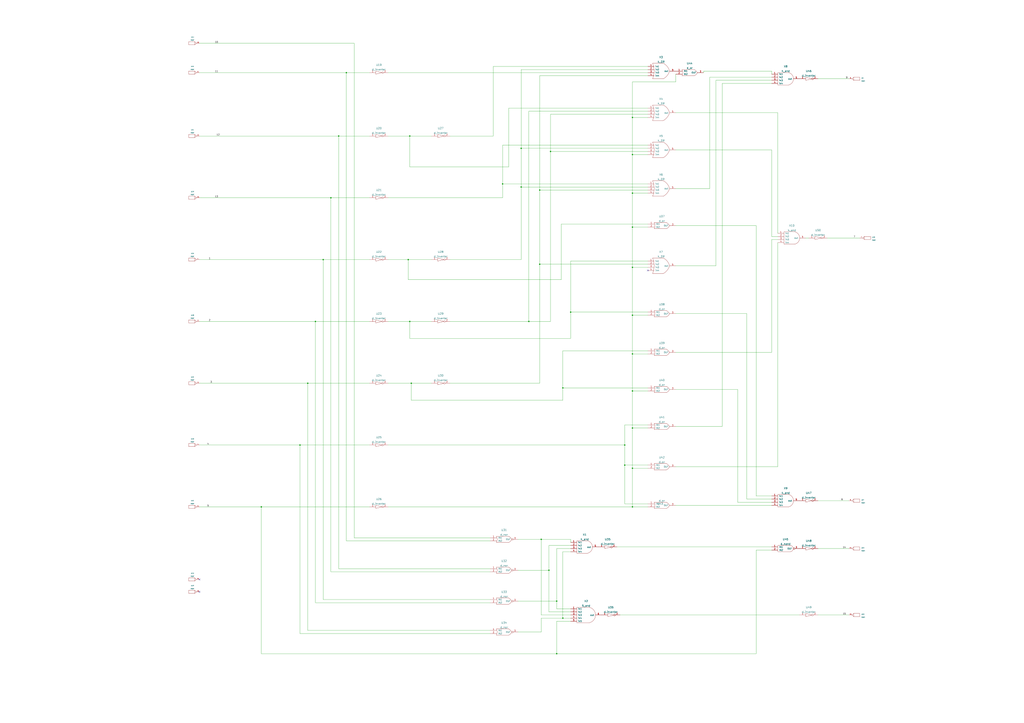
<source format=kicad_sch>
(kicad_sch (version 20211123) (generator eeschema)
  (paper "A1")
  (lib_symbols
    (symbol "eSim_Digital:d_inverter" (pin_names (offset 1.016))
      (property "Reference" "U" (at 0 -2.54 0))
      (property "Value" "d_inverter" (at 0 3.81 0))
      (symbol "d_inverter_0_1"
        (polyline (pts (xy -2.54 1.27) (xy -2.54 -1.27) (xy 2.54 0) (xy -2.54 1.27)))
      )
      (symbol "d_inverter_1_1"
        (pin input line (at -7.62 0 0) (length 5.08) (name "~") (number "1"))
        (pin output inverted (at 7.62 0 180) (length 5.08) (name "~") (number "2"))
      )
    )
    (symbol "eSim_Digital:d_nand" (pin_names (offset 1.016))
      (property "Reference" "U" (at 0 0 0))
      (property "Value" "d_nand" (at 1.27 2.54 0))
      (symbol "d_nand_0_1"
        (polyline (pts (xy 3.81 -1.27) (xy -6.35 -1.27) (xy -6.35 3.81) (xy 3.81 3.81)))
        (arc (start 3.81 -1.27) (mid 5.5897 -0.5171) (end 6.35 1.27))
        (arc (start 6.35 1.27) (mid 5.5971 3.0497) (end 3.81 3.81))
      )
      (symbol "d_nand_1_1"
        (pin input line (at -11.43 2.54 0) (length 5.08) (name "IN1") (number "1"))
        (pin input line (at -11.43 0 0) (length 5.08) (name "IN2") (number "2"))
        (pin output inverted (at 11.43 1.27 180) (length 5.08) (name "OUT") (number "3"))
      )
    )
    (symbol "eSim_Digital:d_nor" (pin_names (offset 1.016))
      (property "Reference" "U" (at 0 0 0))
      (property "Value" "d_nor" (at 1.27 2.54 0))
      (symbol "d_nor_0_1"
        (arc (start -6.35 -1.27) (mid -5.7504 1.27) (end -6.35 3.81))
        (polyline (pts (xy -6.35 -1.27) (xy 3.81 -1.27)))
        (polyline (pts (xy -6.35 3.81) (xy 3.81 3.81)))
        (arc (start 3.81 -1.27) (mid 5.3181 -0.2399) (end 6.35 1.27))
        (arc (start 6.35 1.27) (mid 5.2222 2.6828) (end 3.81 3.81))
      )
      (symbol "d_nor_1_1"
        (pin input line (at -11.43 2.54 0) (length 5.461) (name "IN1") (number "1"))
        (pin input line (at -11.43 0 0) (length 5.461) (name "IN2") (number "2"))
        (pin output inverted (at 11.43 1.27 180) (length 5.08) (name "OUT") (number "3"))
      )
    )
    (symbol "eSim_Digital:d_or" (pin_names (offset 1.016))
      (property "Reference" "U" (at 0 0 0))
      (property "Value" "d_or" (at 0 2.54 0))
      (symbol "d_or_0_1"
        (arc (start -6.35 -1.27) (mid -5.7504 1.27) (end -6.35 3.81))
        (polyline (pts (xy -6.35 -1.27) (xy 3.81 -1.27)))
        (polyline (pts (xy -6.35 3.81) (xy 3.81 3.81)))
        (arc (start 3.81 -1.27) (mid 5.3181 -0.2399) (end 6.35 1.27))
        (arc (start 6.35 1.27) (mid 5.2222 2.6828) (end 3.81 3.81))
      )
      (symbol "d_or_1_1"
        (pin input line (at -11.43 2.54 0) (length 5.461) (name "IN1") (number "1"))
        (pin input line (at -11.43 0 0) (length 5.461) (name "IN2") (number "2"))
        (pin output line (at 11.43 1.27 180) (length 5.08) (name "OUT") (number "3"))
      )
    )
    (symbol "eSim_Miscellaneous:PORT" (pin_names (offset 1.016))
      (property "Reference" "U" (at 1.27 2.54 0))
      (property "Value" "PORT" (at 0 0 0))
      (symbol "PORT_0_1"
        (rectangle (start -2.54 1.27) (end 2.54 -1.27))
        (arc (start 2.54 1.27) (mid 3.1355 0.5955) (end 3.81 0))
        (arc (start 3.81 0) (mid 3.1447 -0.6046) (end 2.54 -1.27))
      )
      (symbol "PORT_1_1"
        (pin bidirectional line (at 6.35 0 180) (length 2.54) (name "~") (number "1"))
      )
      (symbol "PORT_2_1"
        (pin bidirectional line (at 6.35 0 180) (length 2.54) (name "~") (number "2"))
      )
      (symbol "PORT_3_1"
        (pin bidirectional line (at 6.35 0 180) (length 2.54) (name "~") (number "3"))
      )
      (symbol "PORT_4_1"
        (pin bidirectional line (at 6.35 0 180) (length 2.54) (name "~") (number "4"))
      )
      (symbol "PORT_5_1"
        (pin bidirectional line (at 6.35 0 180) (length 2.54) (name "~") (number "5"))
      )
      (symbol "PORT_6_1"
        (pin bidirectional line (at 6.35 0 180) (length 2.54) (name "~") (number "6"))
      )
      (symbol "PORT_7_1"
        (pin bidirectional line (at 6.35 0 180) (length 2.54) (name "~") (number "7"))
      )
      (symbol "PORT_8_1"
        (pin bidirectional line (at 6.35 0 180) (length 2.54) (name "~") (number "8"))
      )
      (symbol "PORT_9_1"
        (pin bidirectional line (at 6.35 0 180) (length 2.54) (name "~") (number "9"))
      )
      (symbol "PORT_10_1"
        (pin bidirectional line (at 6.35 0 180) (length 2.54) (name "~") (number "10"))
      )
      (symbol "PORT_11_1"
        (pin bidirectional line (at 6.35 0 180) (length 2.54) (name "~") (number "11"))
      )
      (symbol "PORT_12_1"
        (pin bidirectional line (at 6.35 0 180) (length 2.54) (name "~") (number "12"))
      )
      (symbol "PORT_13_1"
        (pin bidirectional line (at 6.35 0 180) (length 2.54) (name "~") (number "13"))
      )
      (symbol "PORT_14_1"
        (pin bidirectional line (at 6.35 0 180) (length 2.54) (name "~") (number "14"))
      )
      (symbol "PORT_15_1"
        (pin bidirectional line (at 6.35 0 180) (length 2.54) (name "~") (number "15"))
      )
      (symbol "PORT_16_1"
        (pin bidirectional line (at 6.35 0 180) (length 2.54) (name "~") (number "16"))
      )
      (symbol "PORT_17_1"
        (pin bidirectional line (at 6.35 0 180) (length 2.54) (name "~") (number "17"))
      )
      (symbol "PORT_18_1"
        (pin bidirectional line (at 6.35 0 180) (length 2.54) (name "~") (number "18"))
      )
      (symbol "PORT_19_1"
        (pin bidirectional line (at 6.35 0 180) (length 2.54) (name "~") (number "19"))
      )
      (symbol "PORT_20_1"
        (pin bidirectional line (at 6.35 0 180) (length 2.54) (name "~") (number "20"))
      )
      (symbol "PORT_21_1"
        (pin bidirectional line (at 6.35 0 180) (length 2.54) (name "~") (number "21"))
      )
      (symbol "PORT_22_1"
        (pin bidirectional line (at 6.35 0 180) (length 2.54) (name "~") (number "22"))
      )
      (symbol "PORT_23_1"
        (pin bidirectional line (at 6.35 0 180) (length 2.54) (name "~") (number "23"))
      )
      (symbol "PORT_24_1"
        (pin bidirectional line (at 6.35 0 180) (length 2.54) (name "~") (number "24"))
      )
      (symbol "PORT_25_1"
        (pin bidirectional line (at 6.35 0 180) (length 2.54) (name "~") (number "25"))
      )
      (symbol "PORT_26_1"
        (pin bidirectional line (at 6.35 0 180) (length 2.54) (name "~") (number "26"))
      )
    )
    (symbol "eSim_Subckt:4_OR" (pin_names (offset 1.016))
      (property "Reference" "X" (at 3.81 -2.54 0))
      (property "Value" "4_OR" (at 3.81 2.54 0))
      (symbol "4_OR_0_1"
        (arc (start -5.08 -6.35) (mid -3.81 0) (end -5.08 6.35))
        (polyline (pts (xy -5.08 -6.35) (xy 3.81 -6.35)))
        (polyline (pts (xy -5.08 6.35) (xy 3.81 6.35)))
        (arc (start 3.81 -6.35) (mid 6.9463 -3.651) (end 8.89 0))
        (arc (start 8.89 0) (mid 7.0265 3.7162) (end 3.81 6.35))
      )
      (symbol "4_OR_1_1"
        (pin input line (at -8.89 3.81 0) (length 5.08) (name "in1") (number "1"))
        (pin input line (at -8.89 1.27 0) (length 5.08) (name "in2") (number "2"))
        (pin input line (at -8.89 -1.27 0) (length 5.08) (name "in3") (number "3"))
        (pin input line (at -8.89 -3.81 0) (length 5.08) (name "in4") (number "4"))
        (pin output line (at 13.97 0 180) (length 5.08) (name "out") (number "5"))
      )
    )
    (symbol "eSim_Subckt:4_and" (pin_names (offset 1.016))
      (property "Reference" "X" (at 1.27 -1.27 0))
      (property "Value" "4_and" (at 2.54 2.54 0))
      (symbol "4_and_0_1"
        (polyline (pts (xy -5.08 5.08) (xy 3.81 5.08)))
        (polyline (pts (xy -5.08 5.08) (xy -5.08 -5.08) (xy 1.27 -5.08) (xy 3.81 -5.08)))
        (arc (start 3.81 -5.08) (mid 7.7763 0) (end 3.81 5.08))
      )
      (symbol "4_and_1_1"
        (pin input line (at -10.16 3.81 0) (length 5.08) (name "in1") (number "1"))
        (pin input line (at -10.16 1.27 0) (length 5.08) (name "in2") (number "2"))
        (pin input line (at -10.16 -1.27 0) (length 5.08) (name "in3") (number "3"))
        (pin input line (at -10.16 -3.81 0) (length 5.08) (name "in4") (number "4"))
        (pin output line (at 12.7 0 180) (length 5.08) (name "out") (number "5"))
      )
    )
    (symbol "eSim_Subckt:5_and" (pin_names (offset 1.016))
      (property "Reference" "X" (at 1.27 -2.54 0))
      (property "Value" "5_and" (at 2.54 3.81 0))
      (symbol "5_and_0_1"
        (polyline (pts (xy -6.35 6.35) (xy 3.81 6.35)))
        (polyline (pts (xy -6.35 6.35) (xy -6.35 -6.35) (xy 3.81 -6.35)))
        (arc (start 3.81 -6.35) (mid 9.0158 0) (end 3.81 6.35))
      )
      (symbol "5_and_1_1"
        (pin input line (at -11.43 5.08 0) (length 5.08) (name "in1") (number "1"))
        (pin input line (at -11.43 2.54 0) (length 5.08) (name "in2") (number "2"))
        (pin input line (at -11.43 0 0) (length 5.08) (name "in3") (number "3"))
        (pin input line (at -11.43 -2.54 0) (length 5.08) (name "in4") (number "4"))
        (pin input line (at -11.43 -5.08 0) (length 5.08) (name "in5") (number "5"))
        (pin output line (at 13.97 0 180) (length 5.08) (name "out") (number "6"))
      )
    )
  )
  (junction (at 457.2 494.03))
  (junction (at 519.43 158.75))
  (junction (at 336.55 111.76))
  (junction (at 513.08 382.27))
  (junction (at 337.82 314.96))
  (junction (at 462.28 318.77))
  (junction (at 513.08 365.76))
  (junction (at 284.48 59.69))
  (junction (at 271.78 162.56))
  (junction (at 412.75 151.13))
  (junction (at 265.43 213.36))
  (junction (at 450.85 468.63))
  (junction (at 336.55 264.16))
  (junction (at 214.63 416.56))
  (junction (at 519.43 384.81))
  (junction (at 468.63 256.54))
  (junction (at 335.28 213.36))
  (junction (at 519.43 127))
  (junction (at 519.43 96.52))
  (junction (at 427.99 121.92))
  (junction (at 427.99 153.67))
  (junction (at 457.2 537.21))
  (junction (at 252.73 314.96))
  (junction (at 519.43 416.56))
  (junction (at 278.13 111.76))
  (junction (at 443.23 217.17))
  (junction (at 462.28 508))
  (junction (at 519.43 219.71))
  (junction (at 519.43 321.31))
  (junction (at 519.43 186.69))
  (junction (at 259.08 264.16))
  (junction (at 443.23 156.21))
  (junction (at 519.43 290.83))
  (junction (at 444.5 443.23))
  (junction (at 434.34 264.16))
  (junction (at 519.43 351.79))
  (junction (at 519.43 259.08))
  (junction (at 246.38 365.76))
  (junction (at 452.12 124.46))
  (no_connect (at 163.83 476.25))
  (no_connect (at 163.83 486.41))
  (no_connect (at 532.13 222.25))
  (wire (pts (xy 163.83 162.56) (xy 271.78 162.56)))
  (wire (pts (xy 163.83 314.96) (xy 252.73 314.96)))
  (wire (pts (xy 452.12 264.16) (xy 434.34 264.16)))
  (wire (pts (xy 519.43 219.71) (xy 519.43 259.08)))
  (wire (pts (xy 633.73 63.5) (xy 582.93 63.5)))
  (wire (pts (xy 284.48 59.69) (xy 303.53 59.69)))
  (wire (pts (xy 412.75 151.13) (xy 412.75 119.38)))
  (wire (pts (xy 554.99 67.31) (xy 519.43 67.31)))
  (wire (pts (xy 519.43 384.81) (xy 519.43 416.56)))
  (wire (pts (xy 402.59 467.36) (xy 278.13 467.36)))
  (wire (pts (xy 163.83 365.76) (xy 246.38 365.76)))
  (wire (pts (xy 402.59 520.7) (xy 246.38 520.7)))
  (wire (pts (xy 513.08 349.25) (xy 532.13 349.25)))
  (wire (pts (xy 265.43 213.36) (xy 265.43 492.76)))
  (wire (pts (xy 462.28 508) (xy 468.63 508)))
  (wire (pts (xy 621.03 407.67) (xy 633.73 407.67)))
  (wire (pts (xy 271.78 162.56) (xy 303.53 162.56)))
  (wire (pts (xy 554.99 185.42) (xy 621.03 185.42)))
  (wire (pts (xy 163.83 213.36) (xy 265.43 213.36)))
  (wire (pts (xy 163.83 59.69) (xy 284.48 59.69)))
  (wire (pts (xy 337.82 314.96) (xy 354.33 314.96)))
  (wire (pts (xy 290.83 441.96) (xy 290.83 35.56)))
  (wire (pts (xy 405.13 111.76) (xy 405.13 54.61)))
  (wire (pts (xy 318.77 111.76) (xy 336.55 111.76)))
  (wire (pts (xy 633.73 412.75) (xy 605.79 412.75)))
  (wire (pts (xy 284.48 59.69) (xy 284.48 444.5)))
  (wire (pts (xy 513.08 382.27) (xy 532.13 382.27)))
  (wire (pts (xy 532.13 214.63) (xy 468.63 214.63)))
  (wire (pts (xy 638.81 92.71) (xy 554.99 92.71)))
  (wire (pts (xy 335.28 213.36) (xy 354.33 213.36)))
  (wire (pts (xy 519.43 259.08) (xy 519.43 290.83)))
  (wire (pts (xy 621.03 537.21) (xy 457.2 537.21)))
  (wire (pts (xy 462.28 453.39) (xy 462.28 508)))
  (wire (pts (xy 519.43 158.75) (xy 532.13 158.75)))
  (wire (pts (xy 443.23 217.17) (xy 443.23 156.21)))
  (wire (pts (xy 417.83 137.16) (xy 336.55 137.16)))
  (wire (pts (xy 427.99 153.67) (xy 427.99 121.92)))
  (wire (pts (xy 427.99 121.92) (xy 427.99 57.15)))
  (wire (pts (xy 336.55 111.76) (xy 354.33 111.76)))
  (wire (pts (xy 214.63 537.21) (xy 214.63 416.56)))
  (wire (pts (xy 335.28 213.36) (xy 335.28 229.87)))
  (wire (pts (xy 271.78 162.56) (xy 271.78 469.9)))
  (wire (pts (xy 605.79 412.75) (xy 605.79 320.04)))
  (wire (pts (xy 468.63 500.38) (xy 457.2 500.38)))
  (wire (pts (xy 554.99 60.96) (xy 554.99 67.31)))
  (wire (pts (xy 679.45 195.58) (xy 706.12 195.58)))
  (wire (pts (xy 554.99 289.56) (xy 633.73 289.56)))
  (wire (pts (xy 278.13 111.76) (xy 303.53 111.76)))
  (wire (pts (xy 621.03 452.12) (xy 621.03 537.21)))
  (wire (pts (xy 402.59 518.16) (xy 252.73 518.16)))
  (wire (pts (xy 519.43 219.71) (xy 532.13 219.71)))
  (wire (pts (xy 671.83 505.46) (xy 697.23 505.46)))
  (wire (pts (xy 468.63 256.54) (xy 468.63 278.13)))
  (wire (pts (xy 633.73 452.12) (xy 621.03 452.12)))
  (wire (pts (xy 468.63 505.46) (xy 444.5 505.46)))
  (wire (pts (xy 532.13 93.98) (xy 452.12 93.98)))
  (wire (pts (xy 513.08 365.76) (xy 513.08 349.25)))
  (wire (pts (xy 425.45 519.43) (xy 444.5 519.43)))
  (wire (pts (xy 444.5 505.46) (xy 444.5 443.23)))
  (wire (pts (xy 427.99 213.36) (xy 427.99 153.67)))
  (wire (pts (xy 444.5 443.23) (xy 468.63 443.23)))
  (wire (pts (xy 519.43 127) (xy 532.13 127)))
  (wire (pts (xy 402.59 469.9) (xy 271.78 469.9)))
  (wire (pts (xy 638.81 194.31) (xy 633.73 194.31)))
  (wire (pts (xy 450.85 448.31) (xy 468.63 448.31)))
  (wire (pts (xy 318.77 314.96) (xy 337.82 314.96)))
  (wire (pts (xy 425.45 494.03) (xy 457.2 494.03)))
  (wire (pts (xy 519.43 321.31) (xy 532.13 321.31)))
  (wire (pts (xy 519.43 96.52) (xy 532.13 96.52)))
  (wire (pts (xy 252.73 314.96) (xy 252.73 518.16)))
  (wire (pts (xy 513.08 414.02) (xy 532.13 414.02)))
  (wire (pts (xy 278.13 111.76) (xy 278.13 467.36)))
  (wire (pts (xy 519.43 351.79) (xy 519.43 384.81)))
  (wire (pts (xy 532.13 351.79) (xy 519.43 351.79)))
  (wire (pts (xy 554.99 415.29) (xy 633.73 415.29)))
  (wire (pts (xy 318.77 162.56) (xy 412.75 162.56)))
  (wire (pts (xy 457.2 500.38) (xy 457.2 494.03)))
  (wire (pts (xy 434.34 91.44) (xy 532.13 91.44)))
  (wire (pts (xy 532.13 184.15) (xy 461.01 184.15)))
  (wire (pts (xy 468.63 443.23) (xy 468.63 445.77)))
  (wire (pts (xy 588.01 218.44) (xy 554.99 218.44)))
  (wire (pts (xy 336.55 264.16) (xy 354.33 264.16)))
  (wire (pts (xy 461.01 229.87) (xy 335.28 229.87)))
  (wire (pts (xy 621.03 185.42) (xy 621.03 407.67)))
  (wire (pts (xy 671.83 411.48) (xy 697.23 411.48)))
  (wire (pts (xy 163.83 111.76) (xy 278.13 111.76)))
  (wire (pts (xy 633.73 196.85) (xy 638.81 196.85)))
  (wire (pts (xy 402.59 492.76) (xy 265.43 492.76)))
  (wire (pts (xy 452.12 93.98) (xy 452.12 124.46)))
  (wire (pts (xy 402.59 444.5) (xy 284.48 444.5)))
  (wire (pts (xy 519.43 321.31) (xy 519.43 351.79)))
  (wire (pts (xy 259.08 264.16) (xy 303.53 264.16)))
  (wire (pts (xy 290.83 35.56) (xy 163.83 35.56)))
  (wire (pts (xy 633.73 58.42) (xy 577.85 58.42)))
  (wire (pts (xy 337.82 328.93) (xy 337.82 314.96)))
  (wire (pts (xy 425.45 443.23) (xy 444.5 443.23)))
  (wire (pts (xy 613.41 257.81) (xy 613.41 410.21)))
  (wire (pts (xy 519.43 290.83) (xy 519.43 321.31)))
  (wire (pts (xy 519.43 127) (xy 519.43 158.75)))
  (wire (pts (xy 588.01 66.04) (xy 588.01 218.44)))
  (wire (pts (xy 402.59 495.3) (xy 259.08 495.3)))
  (wire (pts (xy 582.93 154.94) (xy 554.99 154.94)))
  (wire (pts (xy 462.28 328.93) (xy 337.82 328.93)))
  (wire (pts (xy 450.85 468.63) (xy 450.85 448.31)))
  (wire (pts (xy 671.83 64.77) (xy 697.23 64.77)))
  (wire (pts (xy 513.08 414.02) (xy 513.08 382.27)))
  (wire (pts (xy 443.23 217.17) (xy 532.13 217.17)))
  (wire (pts (xy 369.57 213.36) (xy 427.99 213.36)))
  (wire (pts (xy 443.23 156.21) (xy 532.13 156.21)))
  (wire (pts (xy 318.77 365.76) (xy 513.08 365.76)))
  (wire (pts (xy 468.63 214.63) (xy 468.63 256.54)))
  (wire (pts (xy 532.13 288.29) (xy 462.28 288.29)))
  (wire (pts (xy 427.99 57.15) (xy 532.13 57.15)))
  (wire (pts (xy 457.2 494.03) (xy 457.2 450.85)))
  (wire (pts (xy 661.67 195.58) (xy 664.21 195.58)))
  (wire (pts (xy 412.75 119.38) (xy 532.13 119.38)))
  (wire (pts (xy 633.73 289.56) (xy 633.73 196.85)))
  (wire (pts (xy 318.77 213.36) (xy 335.28 213.36)))
  (wire (pts (xy 461.01 184.15) (xy 461.01 229.87)))
  (wire (pts (xy 633.73 68.58) (xy 593.09 68.58)))
  (wire (pts (xy 452.12 124.46) (xy 532.13 124.46)))
  (wire (pts (xy 633.73 123.19) (xy 554.99 123.19)))
  (wire (pts (xy 468.63 256.54) (xy 532.13 256.54)))
  (wire (pts (xy 214.63 416.56) (xy 303.53 416.56)))
  (wire (pts (xy 593.09 350.52) (xy 554.99 350.52)))
  (wire (pts (xy 638.81 191.77) (xy 638.81 92.71)))
  (wire (pts (xy 425.45 468.63) (xy 450.85 468.63)))
  (wire (pts (xy 509.27 505.46) (xy 656.59 505.46)))
  (wire (pts (xy 444.5 508) (xy 462.28 508)))
  (wire (pts (xy 412.75 151.13) (xy 532.13 151.13)))
  (wire (pts (xy 532.13 88.9) (xy 417.83 88.9)))
  (wire (pts (xy 519.43 96.52) (xy 519.43 127)))
  (wire (pts (xy 443.23 62.23) (xy 532.13 62.23)))
  (wire (pts (xy 457.2 510.54) (xy 457.2 537.21)))
  (wire (pts (xy 554.99 383.54) (xy 638.81 383.54)))
  (wire (pts (xy 468.63 278.13) (xy 336.55 278.13)))
  (wire (pts (xy 443.23 314.96) (xy 443.23 217.17)))
  (wire (pts (xy 318.77 416.56) (xy 519.43 416.56)))
  (wire (pts (xy 633.73 58.42) (xy 633.73 60.96)))
  (wire (pts (xy 412.75 162.56) (xy 412.75 151.13)))
  (wire (pts (xy 246.38 365.76) (xy 246.38 520.7)))
  (wire (pts (xy 468.63 453.39) (xy 462.28 453.39)))
  (wire (pts (xy 633.73 66.04) (xy 588.01 66.04)))
  (wire (pts (xy 318.77 264.16) (xy 336.55 264.16)))
  (wire (pts (xy 613.41 410.21) (xy 633.73 410.21)))
  (wire (pts (xy 427.99 121.92) (xy 532.13 121.92)))
  (wire (pts (xy 318.77 59.69) (xy 532.13 59.69)))
  (wire (pts (xy 519.43 67.31) (xy 519.43 96.52)))
  (wire (pts (xy 417.83 88.9) (xy 417.83 137.16)))
  (wire (pts (xy 457.2 450.85) (xy 468.63 450.85)))
  (wire (pts (xy 468.63 502.92) (xy 450.85 502.92)))
  (wire (pts (xy 519.43 259.08) (xy 532.13 259.08)))
  (wire (pts (xy 405.13 54.61) (xy 532.13 54.61)))
  (wire (pts (xy 462.28 318.77) (xy 462.28 328.93)))
  (wire (pts (xy 638.81 383.54) (xy 638.81 199.39)))
  (wire (pts (xy 519.43 384.81) (xy 532.13 384.81)))
  (wire (pts (xy 163.83 264.16) (xy 259.08 264.16)))
  (wire (pts (xy 444.5 519.43) (xy 444.5 508)))
  (wire (pts (xy 519.43 186.69) (xy 532.13 186.69)))
  (wire (pts (xy 450.85 502.92) (xy 450.85 468.63)))
  (wire (pts (xy 369.57 111.76) (xy 405.13 111.76)))
  (wire (pts (xy 163.83 416.56) (xy 214.63 416.56)))
  (wire (pts (xy 605.79 320.04) (xy 554.99 320.04)))
  (wire (pts (xy 462.28 288.29) (xy 462.28 318.77)))
  (wire (pts (xy 369.57 314.96) (xy 443.23 314.96)))
  (wire (pts (xy 532.13 318.77) (xy 462.28 318.77)))
  (wire (pts (xy 434.34 264.16) (xy 434.34 91.44)))
  (wire (pts (xy 671.83 450.85) (xy 697.23 450.85)))
  (wire (pts (xy 519.43 158.75) (xy 519.43 186.69)))
  (wire (pts (xy 246.38 365.76) (xy 303.53 365.76)))
  (wire (pts (xy 259.08 264.16) (xy 259.08 495.3)))
  (wire (pts (xy 519.43 186.69) (xy 519.43 219.71)))
  (wire (pts (xy 519.43 290.83) (xy 532.13 290.83)))
  (wire (pts (xy 252.73 314.96) (xy 303.53 314.96)))
  (wire (pts (xy 513.08 382.27) (xy 513.08 365.76)))
  (wire (pts (xy 369.57 264.16) (xy 434.34 264.16)))
  (wire (pts (xy 633.73 194.31) (xy 633.73 123.19)))
  (wire (pts (xy 519.43 416.56) (xy 532.13 416.56)))
  (wire (pts (xy 554.99 257.81) (xy 613.41 257.81)))
  (wire (pts (xy 265.43 213.36) (xy 303.53 213.36)))
  (wire (pts (xy 593.09 68.58) (xy 593.09 350.52)))
  (wire (pts (xy 577.85 58.42) (xy 577.85 59.69)))
  (wire (pts (xy 336.55 137.16) (xy 336.55 111.76)))
  (wire (pts (xy 336.55 278.13) (xy 336.55 264.16)))
  (wire (pts (xy 427.99 153.67) (xy 532.13 153.67)))
  (wire (pts (xy 506.73 449.58) (xy 633.73 449.58)))
  (wire (pts (xy 402.59 441.96) (xy 290.83 441.96)))
  (wire (pts (xy 443.23 156.21) (xy 443.23 62.23)))
  (wire (pts (xy 457.2 537.21) (xy 214.63 537.21)))
  (wire (pts (xy 452.12 124.46) (xy 452.12 264.16)))
  (wire (pts (xy 468.63 510.54) (xy 457.2 510.54)))
  (wire (pts (xy 582.93 63.5) (xy 582.93 154.94)))
  (label "13" (at 176.53 162.56 0))
  (label "1" (at 171.45 213.36 0))
  (label "15" (at 692.15 505.46 0))
  (label "12" (at 177.8 111.76 0))
  (label "9" (at 694.69 64.77 0))
  (label "14" (at 692.15 450.85 0))
  (label "3" (at 172.72 314.96 0))
  (label "2" (at 171.45 264.16 0))
  (label "4" (at 170.18 365.76 0))
  (label "6" (at 690.88 411.48 0))
  (label "11" (at 176.53 59.69 0))
  (label "5" (at 170.18 416.56 0))
  (label "10" (at 176.53 35.56 0))
  (label "7" (at 701.04 195.58 0))
  (symbol (lib_id "eSim_Digital:d_inverter") (at 311.15 59.69 0) (unit 1)
    (property "Reference" "U19" (at 311.15 53.34 0) (effects (font (size 1.524 1.524))))
    (property "Value" "d_inverter" (at 311.15 57.15 0) (effects (font (size 1.524 1.524))))
  )
  (symbol (lib_id "eSim_Miscellaneous:PORT") (at 703.58 411.48 180) (unit 6)
    (property "Reference" "U1" (at 707.39 410.845 0) (effects (font (size 0.762 0.762)) (justify right)))
    (property "Value" "PORT" (at 707.39 413.385 0) (effects (font (size 0.762 0.762)) (justify right)))
  )
  (symbol (lib_id "eSim_Miscellaneous:PORT") (at 157.48 264.16 0) (unit 2)
    (property "Reference" "U1" (at 158.115 259.08 0) (effects (font (size 0.762 0.762))))
    (property "Value" "PORT" (at 158.115 261.62 0) (effects (font (size 0.762 0.762))))
  )
  (symbol (lib_id "eSim_Digital:d_or") (at 543.56 321.31 0) (unit 1)
    (property "Reference" "U40" (at 543.56 312.42 0) (effects (font (size 1.524 1.524))))
    (property "Value" "d_or" (at 543.56 316.23 0) (effects (font (size 1.524 1.524))))
  )
  (symbol (lib_id "eSim_Miscellaneous:PORT") (at 157.48 213.36 0) (unit 1)
    (property "Reference" "U1" (at 158.115 208.28 0) (effects (font (size 0.762 0.762))))
    (property "Value" "PORT" (at 158.115 210.82 0) (effects (font (size 0.762 0.762))))
  )
  (symbol (lib_id "eSim_Digital:d_or") (at 543.56 351.79 0) (unit 1)
    (property "Reference" "U41" (at 543.56 342.9 0) (effects (font (size 1.524 1.524))))
    (property "Value" "d_or" (at 543.56 346.71 0) (effects (font (size 1.524 1.524))))
  )
  (symbol (lib_id "eSim_Miscellaneous:PORT") (at 157.48 111.76 0) (unit 12)
    (property "Reference" "U1" (at 158.115 106.68 0) (effects (font (size 0.762 0.762))))
    (property "Value" "PORT" (at 158.115 109.22 0) (effects (font (size 0.762 0.762))))
  )
  (symbol (lib_id "eSim_Miscellaneous:PORT") (at 703.58 64.77 180) (unit 9)
    (property "Reference" "U1" (at 707.39 64.135 0) (effects (font (size 0.762 0.762)) (justify right)))
    (property "Value" "PORT" (at 707.39 66.675 0) (effects (font (size 0.762 0.762)) (justify right)))
  )
  (symbol (lib_id "eSim_Digital:d_inverter") (at 311.15 162.56 0) (unit 1)
    (property "Reference" "U21" (at 311.15 156.21 0) (effects (font (size 1.524 1.524))))
    (property "Value" "d_inverter" (at 311.15 160.02 0) (effects (font (size 1.524 1.524))))
  )
  (symbol (lib_id "eSim_Digital:d_inverter") (at 361.95 264.16 0) (unit 1)
    (property "Reference" "U29" (at 361.95 257.81 0) (effects (font (size 1.524 1.524))))
    (property "Value" "d_inverter" (at 361.95 261.62 0) (effects (font (size 1.524 1.524))))
  )
  (symbol (lib_id "eSim_Digital:d_or") (at 543.56 384.81 0) (unit 1)
    (property "Reference" "U42" (at 543.56 375.92 0) (effects (font (size 1.524 1.524))))
    (property "Value" "d_or" (at 543.56 379.73 0) (effects (font (size 1.524 1.524))))
  )
  (symbol (lib_id "eSim_Subckt:4_and") (at 643.89 64.77 0) (unit 1)
    (property "Reference" "X8" (at 645.2381 54.61 0) (effects (font (size 1.524 1.524))))
    (property "Value" "4_and" (at 645.2381 58.42 0) (effects (font (size 1.524 1.524))))
  )
  (symbol (lib_id "eSim_Subckt:4_OR") (at 541.02 154.94 0) (unit 1)
    (property "Reference" "X6" (at 542.925 143.51 0) (effects (font (size 1.524 1.524))))
    (property "Value" "4_OR" (at 542.925 147.32 0) (effects (font (size 1.524 1.524))))
  )
  (symbol (lib_id "eSim_Digital:d_inverter") (at 664.21 64.77 0) (unit 1)
    (property "Reference" "U46" (at 664.21 58.42 0) (effects (font (size 1.524 1.524))))
    (property "Value" "d_inverter" (at 664.21 62.23 0) (effects (font (size 1.524 1.524))))
  )
  (symbol (lib_id "eSim_Digital:d_inverter") (at 361.95 111.76 0) (unit 1)
    (property "Reference" "U27" (at 361.95 105.41 0) (effects (font (size 1.524 1.524))))
    (property "Value" "d_inverter" (at 361.95 109.22 0) (effects (font (size 1.524 1.524))))
  )
  (symbol (lib_id "eSim_Subckt:4_and") (at 478.79 449.58 0) (unit 1)
    (property "Reference" "X1" (at 480.1381 439.42 0) (effects (font (size 1.524 1.524))))
    (property "Value" "4_and" (at 480.1381 443.23 0) (effects (font (size 1.524 1.524))))
  )
  (symbol (lib_id "eSim_Miscellaneous:PORT") (at 157.48 59.69 0) (unit 11)
    (property "Reference" "U1" (at 158.115 54.61 0) (effects (font (size 0.762 0.762))))
    (property "Value" "PORT" (at 158.115 57.15 0) (effects (font (size 0.762 0.762))))
  )
  (symbol (lib_id "eSim_Digital:d_or") (at 543.56 259.08 0) (unit 1)
    (property "Reference" "U38" (at 543.56 250.19 0) (effects (font (size 1.524 1.524))))
    (property "Value" "d_or" (at 543.56 254 0) (effects (font (size 1.524 1.524))))
  )
  (symbol (lib_id "eSim_Digital:d_or") (at 543.56 290.83 0) (unit 1)
    (property "Reference" "U39" (at 543.56 281.94 0) (effects (font (size 1.524 1.524))))
    (property "Value" "d_or" (at 543.56 285.75 0) (effects (font (size 1.524 1.524))))
  )
  (symbol (lib_id "eSim_Miscellaneous:PORT") (at 157.48 365.76 0) (unit 4)
    (property "Reference" "U1" (at 158.115 360.68 0) (effects (font (size 0.762 0.762))))
    (property "Value" "PORT" (at 158.115 363.22 0) (effects (font (size 0.762 0.762))))
  )
  (symbol (lib_id "eSim_Digital:d_inverter") (at 671.83 195.58 0) (unit 1)
    (property "Reference" "U50" (at 671.83 189.23 0) (effects (font (size 1.524 1.524))))
    (property "Value" "d_inverter" (at 671.83 193.04 0) (effects (font (size 1.524 1.524))))
  )
  (symbol (lib_id "eSim_Digital:d_or") (at 543.56 416.56 0) (unit 1)
    (property "Reference" "U43" (at 542.29 414.02 0) (effects (font (size 1.524 1.524))))
    (property "Value" "d_or" (at 543.56 411.48 0) (effects (font (size 1.524 1.524))))
  )
  (symbol (lib_id "eSim_Subckt:4_and") (at 648.97 195.58 0) (unit 1)
    (property "Reference" "X10" (at 650.3181 185.42 0) (effects (font (size 1.524 1.524))))
    (property "Value" "4_and" (at 650.3181 189.23 0) (effects (font (size 1.524 1.524))))
  )
  (symbol (lib_id "eSim_Miscellaneous:PORT") (at 157.48 486.41 0) (unit 16)
    (property "Reference" "U1" (at 158.115 481.33 0) (effects (font (size 0.762 0.762))))
    (property "Value" "PORT" (at 158.115 483.87 0) (effects (font (size 0.762 0.762))))
  )
  (symbol (lib_id "eSim_Digital:d_inverter") (at 499.11 449.58 0) (unit 1)
    (property "Reference" "U35" (at 499.11 443.23 0) (effects (font (size 1.524 1.524))))
    (property "Value" "d_inverter" (at 499.11 447.04 0) (effects (font (size 1.524 1.524))))
  )
  (symbol (lib_id "eSim_Subckt:4_and") (at 643.89 411.48 0) (unit 1)
    (property "Reference" "X9" (at 645.2381 401.32 0) (effects (font (size 1.524 1.524))))
    (property "Value" "4_and" (at 645.2381 405.13 0) (effects (font (size 1.524 1.524))))
  )
  (symbol (lib_id "eSim_Subckt:4_OR") (at 541.02 123.19 0) (unit 1)
    (property "Reference" "X5" (at 542.925 111.76 0) (effects (font (size 1.524 1.524))))
    (property "Value" "4_OR" (at 542.925 115.57 0) (effects (font (size 1.524 1.524))))
  )
  (symbol (lib_id "eSim_Miscellaneous:PORT") (at 703.58 450.85 180) (unit 14)
    (property "Reference" "U1" (at 707.39 450.215 0) (effects (font (size 0.762 0.762)) (justify right)))
    (property "Value" "PORT" (at 707.39 452.755 0) (effects (font (size 0.762 0.762)) (justify right)))
  )
  (symbol (lib_id "eSim_Digital:d_nand") (at 645.16 452.12 0) (unit 1)
    (property "Reference" "U45" (at 645.16 443.23 0) (effects (font (size 1.524 1.524))))
    (property "Value" "d_nand" (at 645.16 447.04 0) (effects (font (size 1.524 1.524))))
  )
  (symbol (lib_id "eSim_Digital:d_nor") (at 414.02 469.9 0) (unit 1)
    (property "Reference" "U32" (at 414.02 461.01 0) (effects (font (size 1.524 1.524))))
    (property "Value" "d_nor" (at 414.02 464.82 0) (effects (font (size 1.524 1.524))))
  )
  (symbol (lib_id "eSim_Digital:d_or") (at 543.56 186.69 0) (unit 1)
    (property "Reference" "U37" (at 543.56 177.8 0) (effects (font (size 1.524 1.524))))
    (property "Value" "d_or" (at 543.56 181.61 0) (effects (font (size 1.524 1.524))))
  )
  (symbol (lib_id "eSim_Miscellaneous:PORT") (at 703.58 505.46 180) (unit 15)
    (property "Reference" "U1" (at 707.39 504.825 0) (effects (font (size 0.762 0.762)) (justify right)))
    (property "Value" "PORT" (at 707.39 507.365 0) (effects (font (size 0.762 0.762)) (justify right)))
  )
  (symbol (lib_id "eSim_Miscellaneous:PORT") (at 157.48 314.96 0) (unit 3)
    (property "Reference" "U1" (at 158.115 309.88 0) (effects (font (size 0.762 0.762))))
    (property "Value" "PORT" (at 158.115 312.42 0) (effects (font (size 0.762 0.762))))
  )
  (symbol (lib_id "eSim_Subckt:4_OR") (at 541.02 58.42 0) (unit 1)
    (property "Reference" "X3" (at 542.925 46.99 0) (effects (font (size 1.524 1.524))))
    (property "Value" "4_OR" (at 542.925 50.8 0) (effects (font (size 1.524 1.524))))
  )
  (symbol (lib_id "eSim_Digital:d_inverter") (at 311.15 264.16 0) (unit 1)
    (property "Reference" "U23" (at 311.15 257.81 0) (effects (font (size 1.524 1.524))))
    (property "Value" "d_inverter" (at 311.15 261.62 0) (effects (font (size 1.524 1.524))))
  )
  (symbol (lib_id "eSim_Subckt:4_OR") (at 541.02 92.71 0) (unit 1)
    (property "Reference" "X4" (at 542.925 81.28 0) (effects (font (size 1.524 1.524))))
    (property "Value" "4_OR" (at 542.925 85.09 0) (effects (font (size 1.524 1.524))))
  )
  (symbol (lib_id "eSim_Digital:d_inverter") (at 311.15 111.76 0) (unit 1)
    (property "Reference" "U20" (at 311.15 105.41 0) (effects (font (size 1.524 1.524))))
    (property "Value" "d_inverter" (at 311.15 109.22 0) (effects (font (size 1.524 1.524))))
  )
  (symbol (lib_id "eSim_Digital:d_inverter") (at 361.95 213.36 0) (unit 1)
    (property "Reference" "U28" (at 361.95 207.01 0) (effects (font (size 1.524 1.524))))
    (property "Value" "d_inverter" (at 361.95 210.82 0) (effects (font (size 1.524 1.524))))
  )
  (symbol (lib_id "eSim_Miscellaneous:PORT") (at 157.48 162.56 0) (unit 13)
    (property "Reference" "U1" (at 158.115 157.48 0) (effects (font (size 0.762 0.762))))
    (property "Value" "PORT" (at 158.115 160.02 0) (effects (font (size 0.762 0.762))))
  )
  (symbol (lib_id "eSim_Subckt:5_and") (at 480.06 505.46 0) (unit 1)
    (property "Reference" "X2" (at 481.3929 494.03 0) (effects (font (size 1.524 1.524))))
    (property "Value" "5_and" (at 481.3929 497.84 0) (effects (font (size 1.524 1.524))))
  )
  (symbol (lib_id "eSim_Digital:d_inverter") (at 311.15 365.76 0) (unit 1)
    (property "Reference" "U25" (at 311.15 359.41 0) (effects (font (size 1.524 1.524))))
    (property "Value" "d_inverter" (at 311.15 363.22 0) (effects (font (size 1.524 1.524))))
  )
  (symbol (lib_id "eSim_Digital:d_inverter") (at 311.15 213.36 0) (unit 1)
    (property "Reference" "U22" (at 311.15 207.01 0) (effects (font (size 1.524 1.524))))
    (property "Value" "d_inverter" (at 311.15 210.82 0) (effects (font (size 1.524 1.524))))
  )
  (symbol (lib_id "eSim_Subckt:4_OR") (at 541.02 218.44 0) (unit 1)
    (property "Reference" "X7" (at 542.925 207.01 0) (effects (font (size 1.524 1.524))))
    (property "Value" "4_OR" (at 542.925 210.82 0) (effects (font (size 1.524 1.524))))
  )
  (symbol (lib_id "eSim_Digital:d_nor") (at 414.02 444.5 0) (unit 1)
    (property "Reference" "U31" (at 414.02 435.61 0) (effects (font (size 1.524 1.524))))
    (property "Value" "d_nor" (at 414.02 439.42 0) (effects (font (size 1.524 1.524))))
  )
  (symbol (lib_id "eSim_Digital:d_inverter") (at 501.65 505.46 0) (unit 1)
    (property "Reference" "U36" (at 501.65 499.11 0) (effects (font (size 1.524 1.524))))
    (property "Value" "d_inverter" (at 501.65 502.92 0) (effects (font (size 1.524 1.524))))
  )
  (symbol (lib_id "eSim_Digital:d_inverter") (at 664.21 505.46 0) (unit 1)
    (property "Reference" "U49" (at 664.21 499.11 0) (effects (font (size 1.524 1.524))))
    (property "Value" "d_inverter" (at 664.21 502.92 0) (effects (font (size 1.524 1.524))))
  )
  (symbol (lib_id "eSim_Digital:d_nor") (at 414.02 495.3 0) (unit 1)
    (property "Reference" "U33" (at 414.02 486.41 0) (effects (font (size 1.524 1.524))))
    (property "Value" "d_nor" (at 414.02 490.22 0) (effects (font (size 1.524 1.524))))
  )
  (symbol (lib_id "eSim_Digital:d_inverter") (at 361.95 314.96 0) (unit 1)
    (property "Reference" "U30" (at 361.95 308.61 0) (effects (font (size 1.524 1.524))))
    (property "Value" "d_inverter" (at 361.95 312.42 0) (effects (font (size 1.524 1.524))))
  )
  (symbol (lib_id "eSim_Digital:d_inverter") (at 311.15 314.96 0) (unit 1)
    (property "Reference" "U24" (at 311.15 308.61 0) (effects (font (size 1.524 1.524))))
    (property "Value" "d_inverter" (at 311.15 312.42 0) (effects (font (size 1.524 1.524))))
  )
  (symbol (lib_id "eSim_Miscellaneous:PORT") (at 157.48 35.56 0) (unit 10)
    (property "Reference" "U1" (at 158.115 30.48 0) (effects (font (size 0.762 0.762))))
    (property "Value" "PORT" (at 158.115 33.02 0) (effects (font (size 0.762 0.762))))
  )
  (symbol (lib_id "eSim_Digital:d_nor") (at 414.02 520.7 0) (unit 1)
    (property "Reference" "U34" (at 414.02 511.81 0) (effects (font (size 1.524 1.524))))
    (property "Value" "d_nor" (at 414.02 515.62 0) (effects (font (size 1.524 1.524))))
  )
  (symbol (lib_id "eSim_Miscellaneous:PORT") (at 157.48 416.56 0) (unit 5)
    (property "Reference" "U1" (at 158.115 411.48 0) (effects (font (size 0.762 0.762))))
    (property "Value" "PORT" (at 158.115 414.02 0) (effects (font (size 0.762 0.762))))
  )
  (symbol (lib_id "eSim_Digital:d_inverter") (at 311.15 416.56 0) (unit 1)
    (property "Reference" "U26" (at 311.15 410.21 0) (effects (font (size 1.524 1.524))))
    (property "Value" "d_inverter" (at 311.15 414.02 0) (effects (font (size 1.524 1.524))))
  )
  (symbol (lib_id "eSim_Digital:d_inverter") (at 664.21 450.85 0) (unit 1)
    (property "Reference" "U48" (at 664.21 444.5 0) (effects (font (size 1.524 1.524))))
    (property "Value" "d_inverter" (at 664.21 448.31 0) (effects (font (size 1.524 1.524))))
  )
  (symbol (lib_id "eSim_Miscellaneous:PORT") (at 157.48 476.25 0) (unit 8)
    (property "Reference" "U1" (at 158.115 471.17 0) (effects (font (size 0.762 0.762))))
    (property "Value" "PORT" (at 158.115 473.71 0) (effects (font (size 0.762 0.762))))
  )
  (symbol (lib_id "eSim_Digital:d_or") (at 566.42 60.96 0) (unit 1)
    (property "Reference" "U44" (at 566.42 52.07 0) (effects (font (size 1.524 1.524))))
    (property "Value" "d_or" (at 566.42 55.88 0) (effects (font (size 1.524 1.524))))
  )
  (symbol (lib_id "eSim_Digital:d_inverter") (at 664.21 411.48 0) (unit 1)
    (property "Reference" "U47" (at 664.21 405.13 0) (effects (font (size 1.524 1.524))))
    (property "Value" "d_inverter" (at 664.21 408.94 0) (effects (font (size 1.524 1.524))))
  )
  (symbol (lib_id "eSim_Miscellaneous:PORT") (at 712.47 195.58 180) (unit 7)
    (property "Reference" "U1" (at 716.28 194.945 0) (effects (font (size 0.762 0.762)) (justify right)))
    (property "Value" "PORT" (at 716.28 197.485 0) (effects (font (size 0.762 0.762)) (justify right)))
  )
)
</source>
